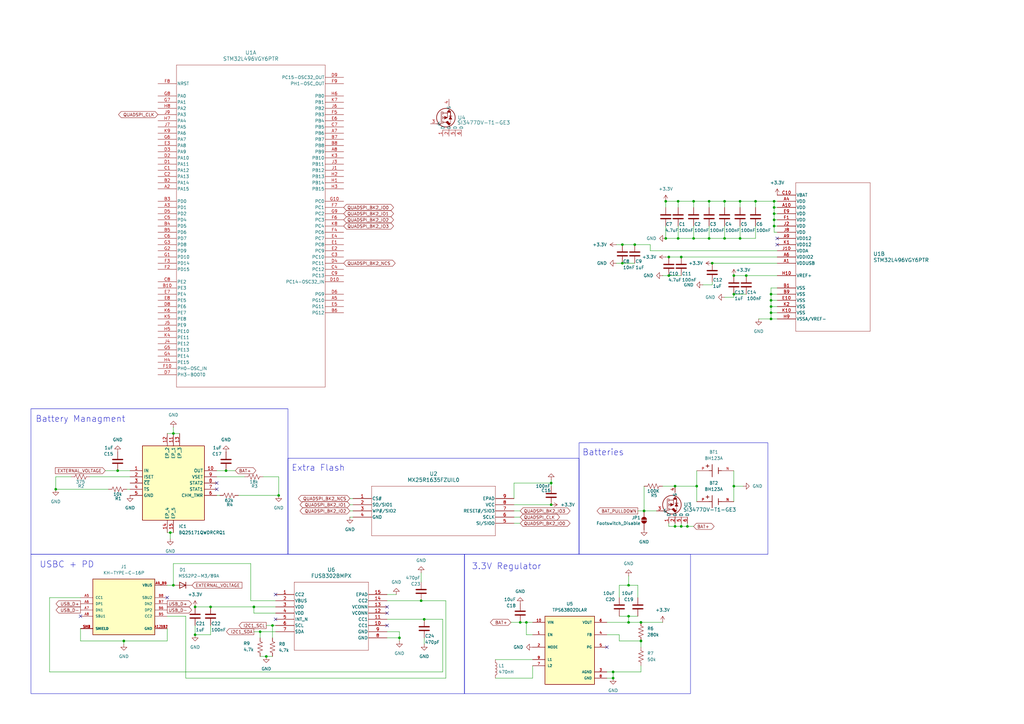
<source format=kicad_sch>
(kicad_sch (version 20250114) (generator "eeschema") (generator_version "9.0")
  (paper "A3")
  (rectangle (start 118.11 187.96) (end 237.49 227.33))
  (rectangle (start 12.7 227.33) (end 190.5 284.48))
  (rectangle (start 12.7 167.64) (end 118.11 227.33))
  (rectangle (start 190.5 227.33) (end 283.21 284.48))
  (rectangle (start 237.49 181.61) (end 314.96 227.33))
  (text "Extra Flash" (at 130.556 192.024 0) (effects (font (size 2.54 2.54))))
  (text "Batteries\n" (at 247.396 185.674 0) (effects (font (size 2.54 2.54))))
  (text "Battery Managment" (at 33.02 171.958 0) (effects (font (size 2.54 2.54))))
  (text "3.3V Regulator" (at 207.772 232.41 0) (effects (font (size 2.54 2.54))))
  (text "USBC + PD" (at 27.432 231.648 0) (effects (font (size 2.54 2.54))))
  (junction (at 317.5 90.17))
  (junction (at 111.76 256.54))
  (junction (at 215.9 255.27))
  (junction (at 92.71 193.04))
  (junction (at 251.46 278.13))
  (junction (at 276.86 215.9))
  (junction (at 22.86 200.66))
  (junction (at 284.48 97.79))
  (junction (at 71.12 240.03))
  (junction (at 274.32 105.41))
  (junction (at 317.5 92.71))
  (junction (at 86.36 248.92))
  (junction (at 317.5 87.63))
  (junction (at 213.36 255.27))
  (junction (at 251.46 275.59))
  (junction (at 290.83 82.55))
  (junction (at 109.22 269.24))
  (junction (at 297.18 97.79))
  (junction (at 278.13 97.79))
  (junction (at 316.23 123.19))
  (junction (at 316.23 120.65))
  (junction (at 173.99 254))
  (junction (at 163.83 261.62))
  (junction (at 257.81 240.03))
  (junction (at 279.4 215.9))
  (junction (at 264.16 209.55))
  (junction (at 303.53 82.55))
  (junction (at 48.26 193.04))
  (junction (at 309.88 82.55))
  (junction (at 80.01 260.35))
  (junction (at 300.99 120.65))
  (junction (at 306.07 113.03))
  (junction (at 292.1 107.95))
  (junction (at 317.5 82.55))
  (junction (at 317.5 85.09))
  (junction (at 284.48 82.55))
  (junction (at 281.94 215.9))
  (junction (at 71.12 177.8))
  (junction (at 274.32 113.03))
  (junction (at 226.06 207.01))
  (junction (at 104.14 248.92))
  (junction (at 106.68 259.08))
  (junction (at 278.13 82.55))
  (junction (at 257.81 252.73))
  (junction (at 80.01 248.92))
  (junction (at 273.05 82.55))
  (junction (at 257.81 255.27))
  (junction (at 300.99 199.39))
  (junction (at 316.23 128.27))
  (junction (at 114.3 203.2))
  (junction (at 262.89 262.89))
  (junction (at 255.27 100.33))
  (junction (at 255.27 107.95))
  (junction (at 273.05 97.79))
  (junction (at 260.35 100.33))
  (junction (at 300.99 113.03))
  (junction (at 290.83 97.79))
  (junction (at 276.86 199.39))
  (junction (at 69.85 218.44))
  (junction (at 50.8 262.89))
  (junction (at 303.53 97.79))
  (junction (at 172.72 246.38))
  (junction (at 262.89 255.27))
  (junction (at 297.18 82.55))
  (junction (at 316.23 130.81))
  (junction (at 226.06 198.12))
  (junction (at 279.4 105.41))
  (junction (at 316.23 125.73))
  (junction (at 285.75 199.39))
  (no_connect (at 113.03 254))
  (no_connect (at 318.77 97.79))
  (no_connect (at 113.03 243.84))
  (no_connect (at 158.75 251.46))
  (no_connect (at 68.58 245.11))
  (no_connect (at 88.9 200.66))
  (no_connect (at 158.75 256.54))
  (no_connect (at 158.75 248.92))
  (no_connect (at 318.77 100.33))
  (no_connect (at 88.9 198.12))
  (no_connect (at 33.02 252.73))
  (no_connect (at 248.92 265.43))
  (wire (pts (xy 278.13 82.55) (xy 278.13 85.09)))
  (wire (pts (xy 257.81 255.27) (xy 257.81 252.73)))
  (wire (pts (xy 181.61 275.59) (xy 20.32 275.59)))
  (wire (pts (xy 309.88 82.55) (xy 317.5 82.55)))
  (wire (pts (xy 255.27 107.95) (xy 260.35 107.95)))
  (wire (pts (xy 173.99 254) (xy 181.61 254)))
  (wire (pts (xy 203.2 270.51) (xy 218.44 270.51)))
  (wire (pts (xy 262.89 255.27) (xy 271.78 255.27)))
  (wire (pts (xy 20.32 275.59) (xy 20.32 245.11)))
  (wire (pts (xy 257.81 252.73) (xy 261.62 252.73)))
  (wire (pts (xy 97.79 203.2) (xy 114.3 203.2)))
  (wire (pts (xy 262.89 273.05) (xy 262.89 275.59)))
  (wire (pts (xy 279.4 215.9) (xy 281.94 215.9)))
  (wire (pts (xy 303.53 97.79) (xy 309.88 97.79)))
  (wire (pts (xy 107.95 195.58) (xy 114.3 195.58)))
  (wire (pts (xy 213.36 214.63) (xy 210.82 214.63)))
  (wire (pts (xy 106.68 269.24) (xy 109.22 269.24)))
  (wire (pts (xy 297.18 97.79) (xy 303.53 97.79)))
  (wire (pts (xy 316.23 123.19) (xy 316.23 125.73)))
  (wire (pts (xy 210.82 204.47) (xy 210.82 198.12)))
  (wire (pts (xy 254 252.73) (xy 257.81 252.73)))
  (wire (pts (xy 71.12 175.26) (xy 71.12 177.8)))
  (wire (pts (xy 274.32 113.03) (xy 279.4 113.03)))
  (wire (pts (xy 104.14 259.08) (xy 106.68 259.08)))
  (wire (pts (xy 158.75 259.08) (xy 163.83 259.08)))
  (wire (pts (xy 261.62 240.03) (xy 257.81 240.03)))
  (wire (pts (xy 33.02 257.81) (xy 33.02 262.89)))
  (wire (pts (xy 48.26 193.04) (xy 53.34 193.04)))
  (wire (pts (xy 52.07 200.66) (xy 53.34 200.66)))
  (wire (pts (xy 254 240.03) (xy 254 245.11)))
  (wire (pts (xy 109.22 269.24) (xy 111.76 269.24)))
  (wire (pts (xy 300.99 121.92) (xy 300.99 120.65)))
  (wire (pts (xy 273.05 82.55) (xy 273.05 85.09)))
  (wire (pts (xy 306.07 113.03) (xy 318.77 113.03)))
  (wire (pts (xy 290.83 82.55) (xy 297.18 82.55)))
  (wire (pts (xy 300.99 199.39) (xy 304.8 199.39)))
  (wire (pts (xy 262.89 275.59) (xy 251.46 275.59)))
  (wire (pts (xy 300.99 193.04) (xy 300.99 199.39)))
  (wire (pts (xy 248.92 255.27) (xy 257.81 255.27)))
  (wire (pts (xy 273.05 92.71) (xy 273.05 97.79)))
  (wire (pts (xy 316.23 128.27) (xy 316.23 125.73)))
  (wire (pts (xy 92.71 193.04) (xy 96.52 193.04)))
  (wire (pts (xy 309.88 85.09) (xy 309.88 82.55)))
  (wire (pts (xy 278.13 92.71) (xy 278.13 97.79)))
  (wire (pts (xy 88.9 193.04) (xy 92.71 193.04)))
  (wire (pts (xy 68.58 240.03) (xy 71.12 240.03)))
  (wire (pts (xy 273.05 105.41) (xy 274.32 105.41)))
  (wire (pts (xy 274.32 105.41) (xy 279.4 105.41)))
  (wire (pts (xy 68.58 177.8) (xy 71.12 177.8)))
  (wire (pts (xy 311.15 130.81) (xy 316.23 130.81)))
  (wire (pts (xy 279.4 214.63) (xy 279.4 215.9)))
  (wire (pts (xy 271.78 199.39) (xy 276.86 199.39)))
  (wire (pts (xy 317.5 82.55) (xy 317.5 85.09)))
  (wire (pts (xy 50.8 264.16) (xy 50.8 262.89)))
  (wire (pts (xy 218.44 260.35) (xy 215.9 260.35)))
  (wire (pts (xy 292.1 116.84) (xy 292.1 115.57)))
  (wire (pts (xy 266.7 100.33) (xy 266.7 102.87)))
  (wire (pts (xy 290.83 82.55) (xy 290.83 85.09)))
  (wire (pts (xy 278.13 97.79) (xy 284.48 97.79)))
  (wire (pts (xy 111.76 256.54) (xy 113.03 256.54)))
  (wire (pts (xy 163.83 262.89) (xy 163.83 261.62)))
  (wire (pts (xy 297.18 82.55) (xy 303.53 82.55)))
  (wire (pts (xy 158.75 261.62) (xy 163.83 261.62)))
  (wire (pts (xy 106.68 259.08) (xy 113.03 259.08)))
  (wire (pts (xy 309.88 97.79) (xy 309.88 92.71)))
  (wire (pts (xy 86.36 248.92) (xy 104.14 248.92)))
  (wire (pts (xy 297.18 121.92) (xy 300.99 121.92)))
  (wire (pts (xy 209.55 255.27) (xy 213.36 255.27)))
  (wire (pts (xy 158.75 243.84) (xy 162.56 243.84)))
  (wire (pts (xy 172.72 234.95) (xy 172.72 238.76)))
  (wire (pts (xy 182.88 278.13) (xy 76.2 278.13)))
  (wire (pts (xy 213.36 209.55) (xy 210.82 209.55)))
  (wire (pts (xy 69.85 218.44) (xy 71.12 218.44)))
  (wire (pts (xy 317.5 95.25) (xy 317.5 92.71)))
  (wire (pts (xy 215.9 255.27) (xy 218.44 255.27)))
  (wire (pts (xy 318.77 87.63) (xy 317.5 87.63)))
  (wire (pts (xy 68.58 218.44) (xy 69.85 218.44)))
  (wire (pts (xy 210.82 198.12) (xy 226.06 198.12)))
  (wire (pts (xy 300.99 199.39) (xy 300.99 205.74)))
  (wire (pts (xy 288.29 116.84) (xy 292.1 116.84)))
  (wire (pts (xy 281.94 214.63) (xy 281.94 215.9)))
  (wire (pts (xy 254 240.03) (xy 257.81 240.03)))
  (wire (pts (xy 260.35 100.33) (xy 266.7 100.33)))
  (wire (pts (xy 252.73 100.33) (xy 255.27 100.33)))
  (wire (pts (xy 182.88 246.38) (xy 182.88 278.13)))
  (wire (pts (xy 271.78 113.03) (xy 274.32 113.03)))
  (wire (pts (xy 158.75 246.38) (xy 172.72 246.38)))
  (wire (pts (xy 303.53 92.71) (xy 303.53 97.79)))
  (wire (pts (xy 100.33 195.58) (xy 88.9 195.58)))
  (wire (pts (xy 102.87 231.14) (xy 102.87 246.38)))
  (wire (pts (xy 71.12 231.14) (xy 71.12 240.03)))
  (wire (pts (xy 300.99 113.03) (xy 306.07 113.03)))
  (wire (pts (xy 68.58 262.89) (xy 50.8 262.89)))
  (wire (pts (xy 318.77 90.17) (xy 317.5 90.17)))
  (wire (pts (xy 254 262.89) (xy 254 260.35)))
  (wire (pts (xy 172.72 246.38) (xy 182.88 246.38)))
  (wire (pts (xy 210.82 207.01) (xy 226.06 207.01)))
  (wire (pts (xy 22.86 195.58) (xy 22.86 200.66)))
  (wire (pts (xy 261.62 245.11) (xy 261.62 240.03)))
  (wire (pts (xy 297.18 92.71) (xy 297.18 97.79)))
  (wire (pts (xy 69.85 218.44) (xy 69.85 220.98)))
  (wire (pts (xy 252.73 107.95) (xy 255.27 107.95)))
  (wire (pts (xy 143.51 207.01) (xy 144.78 207.01)))
  (wire (pts (xy 318.77 130.81) (xy 316.23 130.81)))
  (wire (pts (xy 254 260.35) (xy 248.92 260.35)))
  (wire (pts (xy 284.48 82.55) (xy 278.13 82.55)))
  (wire (pts (xy 68.58 257.81) (xy 68.58 262.89)))
  (wire (pts (xy 158.75 254) (xy 173.99 254)))
  (wire (pts (xy 285.75 199.39) (xy 285.75 205.74)))
  (wire (pts (xy 71.12 231.14) (xy 102.87 231.14)))
  (wire (pts (xy 181.61 254) (xy 181.61 275.59)))
  (wire (pts (xy 273.05 97.79) (xy 278.13 97.79)))
  (wire (pts (xy 68.58 252.73) (xy 76.2 252.73)))
  (wire (pts (xy 318.77 82.55) (xy 317.5 82.55)))
  (wire (pts (xy 318.77 125.73) (xy 316.23 125.73)))
  (wire (pts (xy 284.48 82.55) (xy 290.83 82.55)))
  (wire (pts (xy 226.06 196.85) (xy 226.06 198.12)))
  (wire (pts (xy 264.16 209.55) (xy 269.24 209.55)))
  (wire (pts (xy 316.23 118.11) (xy 316.23 120.65)))
  (wire (pts (xy 203.2 278.13) (xy 218.44 278.13)))
  (wire (pts (xy 33.02 262.89) (xy 50.8 262.89)))
  (wire (pts (xy 317.5 85.09) (xy 317.5 87.63)))
  (wire (pts (xy 255.27 100.33) (xy 260.35 100.33)))
  (wire (pts (xy 292.1 107.95) (xy 318.77 107.95)))
  (wire (pts (xy 316.23 118.11) (xy 318.77 118.11)))
  (wire (pts (xy 290.83 92.71) (xy 290.83 97.79)))
  (wire (pts (xy 285.75 193.04) (xy 285.75 199.39)))
  (wire (pts (xy 36.83 195.58) (xy 53.34 195.58)))
  (wire (pts (xy 317.5 87.63) (xy 317.5 90.17)))
  (wire (pts (xy 102.87 246.38) (xy 113.03 246.38)))
  (wire (pts (xy 261.62 209.55) (xy 264.16 209.55)))
  (wire (pts (xy 111.76 256.54) (xy 111.76 261.62)))
  (wire (pts (xy 276.86 215.9) (xy 279.4 215.9)))
  (wire (pts (xy 22.86 200.66) (xy 44.45 200.66)))
  (wire (pts (xy 318.77 128.27) (xy 316.23 128.27)))
  (wire (pts (xy 278.13 82.55) (xy 273.05 82.55)))
  (wire (pts (xy 86.36 260.35) (xy 80.01 260.35)))
  (wire (pts (xy 173.99 264.16) (xy 173.99 261.62)))
  (wire (pts (xy 274.32 215.9) (xy 276.86 215.9)))
  (wire (pts (xy 257.81 255.27) (xy 262.89 255.27)))
  (wire (pts (xy 264.16 199.39) (xy 264.16 209.55)))
  (wire (pts (xy 29.21 195.58) (xy 22.86 195.58)))
  (wire (pts (xy 71.12 177.8) (xy 73.66 177.8)))
  (wire (pts (xy 213.36 255.27) (xy 215.9 255.27)))
  (wire (pts (xy 163.83 259.08) (xy 163.83 261.62)))
  (wire (pts (xy 143.51 212.09) (xy 144.78 212.09)))
  (wire (pts (xy 317.5 92.71) (xy 318.77 92.71)))
  (wire (pts (xy 86.36 256.54) (xy 86.36 260.35)))
  (wire (pts (xy 226.06 198.12) (xy 226.06 199.39)))
  (wire (pts (xy 76.2 278.13) (xy 76.2 252.73)))
  (wire (pts (xy 248.92 275.59) (xy 251.46 275.59)))
  (wire (pts (xy 300.99 120.65) (xy 306.07 120.65)))
  (wire (pts (xy 284.48 82.55) (xy 284.48 85.09)))
  (wire (pts (xy 218.44 278.13) (xy 218.44 273.05)))
  (wire (pts (xy 106.68 259.08) (xy 106.68 261.62)))
  (wire (pts (xy 290.83 97.79) (xy 297.18 97.79)))
  (wire (pts (xy 303.53 85.09) (xy 303.53 82.55)))
  (wire (pts (xy 114.3 195.58) (xy 114.3 203.2)))
  (wire (pts (xy 251.46 275.59) (xy 251.46 278.13)))
  (wire (pts (xy 262.89 262.89) (xy 262.89 265.43)))
  (wire (pts (xy 316.23 120.65) (xy 316.23 123.19)))
  (wire (pts (xy 318.77 95.25) (xy 317.5 95.25)))
  (wire (pts (xy 316.23 130.81) (xy 316.23 128.27)))
  (wire (pts (xy 215.9 255.27) (xy 215.9 260.35)))
  (wire (pts (xy 276.86 214.63) (xy 276.86 215.9)))
  (wire (pts (xy 317.5 90.17) (xy 317.5 92.71)))
  (wire (pts (xy 113.03 251.46) (xy 104.14 251.46)))
  (wire (pts (xy 316.23 120.65) (xy 318.77 120.65)))
  (wire (pts (xy 279.4 105.41) (xy 318.77 105.41)))
  (wire (pts (xy 276.86 199.39) (xy 285.75 199.39)))
  (wire (pts (xy 109.22 256.54) (xy 111.76 256.54)))
  (wire (pts (xy 284.48 97.79) (xy 290.83 97.79)))
  (wire (pts (xy 80.01 248.92) (xy 86.36 248.92)))
  (wire (pts (xy 257.81 236.22) (xy 257.81 240.03)))
  (wire (pts (xy 297.18 82.55) (xy 297.18 85.09)))
  (wire (pts (xy 104.14 251.46) (xy 104.14 248.92)))
  (wire (pts (xy 80.01 260.35) (xy 80.01 256.54)))
  (wire (pts (xy 262.89 262.89) (xy 254 262.89)))
  (wire (pts (xy 33.02 245.11) (xy 20.32 245.11)))
  (wire (pts (xy 309.88 82.55) (xy 303.53 82.55)))
  (wire (pts (xy 318.77 85.09) (xy 317.5 85.09)))
  (wire (pts (xy 43.18 193.04) (xy 48.26 193.04)))
  (wire (pts (xy 213.36 212.09) (xy 210.82 212.09)))
  (wire (pts (xy 143.51 209.55) (xy 144.78 209.55)))
  (wire (pts (xy 284.48 92.71) (xy 284.48 97.79)))
  (wire (pts (xy 281.94 215.9) (xy 284.48 215.9)))
  (wire (pts (xy 143.51 204.47) (xy 144.78 204.47)))
  (wire (pts (xy 104.14 248.92) (xy 113.03 248.92)))
  (wire (pts (xy 266.7 102.87) (xy 318.77 102.87)))
  (wire (pts (xy 274.32 214.63) (xy 274.32 215.9)))
  (wire (pts (xy 88.9 203.2) (xy 90.17 203.2)))
  (wire (pts (xy 316.23 123.19) (xy 318.77 123.19)))
  (wire (pts (xy 248.92 278.13) (xy 251.46 278.13)))
  (global_label "QUADSPI_BK2_IO2" (shape bidirectional) (at 143.51 209.55 180) (property "Intersheetrefs" "${INTERSHEET_REFS}" (effects (hide yes))))
  (global_label "BAT+" (shape bidirectional) (at 96.52 193.04 0) (property "Intersheetrefs" "${INTERSHEET_REFS}" (effects (hide yes))))
  (global_label "USB_D+" (shape output) (at 68.58 247.65 0) (property "Intersheetrefs" "${INTERSHEET_REFS}" (effects (hide yes))))
  (global_label "BAT+" (shape bidirectional) (at 284.48 215.9 0) (property "Intersheetrefs" "${INTERSHEET_REFS}" (effects (hide yes))))
  (global_label "QUADSPI_BK2_IO2" (shape bidirectional) (at 140.97 90.17 0) (property "Intersheetrefs" "${INTERSHEET_REFS}" (effects (hide yes))))
  (global_label "BAT+" (shape bidirectional) (at 209.55 255.27 180) (property "Intersheetrefs" "${INTERSHEET_REFS}" (effects (hide yes))))
  (global_label "QUADSPI_BK2_IO0" (shape bidirectional) (at 140.97 85.09 0) (property "Intersheetrefs" "${INTERSHEET_REFS}" (effects (hide yes))))
  (global_label "QUADSPI_BK2_IO1" (shape bidirectional) (at 140.97 87.63 0) (property "Intersheetrefs" "${INTERSHEET_REFS}" (effects (hide yes))))
  (global_label "QUADSPI_CLK" (shape bidirectional) (at 64.77 46.99 180) (property "Intersheetrefs" "${INTERSHEET_REFS}" (effects (hide yes))))
  (global_label "QUADSPI_BK2_IO3" (shape bidirectional) (at 140.97 92.71 0) (property "Intersheetrefs" "${INTERSHEET_REFS}" (effects (hide yes))))
  (global_label "I2C1_SCL" (shape output) (at 109.22 256.54 180) (property "Intersheetrefs" "${INTERSHEET_REFS}" (effects (hide yes))))
  (global_label "QUADSPI_BK2_NCS" (shape bidirectional) (at 140.97 107.95 0) (property "Intersheetrefs" "${INTERSHEET_REFS}" (effects (hide yes))))
  (global_label "QUADSPI_BK2_IO0" (shape bidirectional) (at 213.36 214.63 0) (property "Intersheetrefs" "${INTERSHEET_REFS}" (effects (hide yes))))
  (global_label "QUADSPI_CLK" (shape bidirectional) (at 213.36 212.09 0) (property "Intersheetrefs" "${INTERSHEET_REFS}" (effects (hide yes))))
  (global_label "I2C1_SDA" (shape output) (at 104.14 259.08 180) (property "Intersheetrefs" "${INTERSHEET_REFS}" (effects (hide yes))))
  (global_label "EXTERNAL_VOLTAGE" (shape input) (at 78.74 240.03 0) (property "Intersheetrefs" "${INTERSHEET_REFS}" (effects (hide yes))))
  (global_label "BAT_PULLDOWN" (shape output) (at 261.62 209.55 180) (property "Intersheetrefs" "${INTERSHEET_REFS}" (effects (hide yes))))
  (global_label "QUADSPI_BK2_IO1" (shape bidirectional) (at 143.51 207.01 180) (property "Intersheetrefs" "${INTERSHEET_REFS}" (effects (hide yes))))
  (global_label "QUADSPI_BK2_IO3" (shape bidirectional) (at 213.36 209.55 0) (property "Intersheetrefs" "${INTERSHEET_REFS}" (effects (hide yes))))
  (global_label "QUADSPI_BK2_NCS" (shape bidirectional) (at 143.51 204.47 180) (property "Intersheetrefs" "${INTERSHEET_REFS}" (effects (hide yes))))
  (global_label "USB_D-" (shape output) (at 68.58 250.19 0) (property "Intersheetrefs" "${INTERSHEET_REFS}" (effects (hide yes))))
  (global_label "EXTERNAL_VOLTAGE" (shape input) (at 43.18 193.04 180) (property "Intersheetrefs" "${INTERSHEET_REFS}" (effects (hide yes))))
  (global_label "USB_D+" (shape output) (at 33.02 247.65 180) (property "Intersheetrefs" "${INTERSHEET_REFS}" (effects (hide yes))))
  (global_label "USB_D-" (shape output) (at 33.02 250.19 180) (property "Intersheetrefs" "${INTERSHEET_REFS}" (effects (hide yes))))
  (symbol (lib_id "Device:C") (at 260.35 104.14 0) (unit 1)
    (property "Reference" "C9" (at 260.604 107.188 0) (effects (justify left)))
    (property "Value" "1uF" (at 260.604 109.728 0) (effects (justify left)))
    (property "Footprint" "Capacitor_SMD:C_0402_1005Metric_Pad0.74x0.62mm_HandSolder" (effects (hide yes)))
    (property "Description" "Unpolarized capacitor" (effects (hide yes)))
  )
  (symbol (lib_id "Device:R_US") (at 48.26 200.66 90) (unit 1)
    (property "Reference" "R1" (at 48.514 204.47 90))
    (property "Value" "10k" (at 48.26 202.692 90))
    (property "Footprint" "Resistor_SMD:R_0402_1005Metric_Pad0.72x0.64mm_HandSolder" (effects (hide yes)))
    (property "Description" "Resistor, US symbol" (effects (hide yes)))
  )
  (symbol (lib_id "power:GND") (at 297.18 121.92 270) (unit 1)
    (property "Reference" "#PWR011" (effects (hide yes)))
    (property "Value" "GND" (at 293.37 121.9199 90) (effects (justify right)))
    (property "Description" "Power symbol creates a global label with name \"GND\" , ground" (effects (hide yes)))
  )
  (symbol (lib_id "power:GND") (at 92.71 185.42 180) (unit 1)
    (property "Reference" "#PWR024" (effects (hide yes)))
    (property "Value" "GND" (at 92.71 180.34 0))
    (property "Description" "Power symbol creates a global label with name \"GND\" , ground" (effects (hide yes)))
  )
  (symbol (lib_id "power:GND") (at 311.15 130.81 0) (unit 1)
    (property "Reference" "#PWR03" (effects (hide yes)))
    (property "Value" "GND" (at 311.15 135.89 0))
    (property "Description" "Power symbol creates a global label with name \"GND\" , ground" (effects (hide yes)))
  )
  (symbol (lib_id "inspirefly:BQ25171QWDRCRQ1") (at 53.34 193.04 0) (unit 1)
    (property "Reference" "IC1" (at 73.2633 215.9 0) (effects (justify left)))
    (property "Value" "BQ25171QWDRCRQ1" (at 73.2633 218.44 0) (effects (justify left)))
    (property "Footprint" "inspirefly:BQ25171QWDRCRQ1" (effects (hide yes)))
    (property "Datasheet" "https://www.ti.com/lit/gpn/bq25171-q1?HQS=ti-null-null-sf-df-pf-sep-wwe&DCM=yes" (effects (hide yes)))
    (property "Description" "AUTOMOTIVE, 800-MA LINEAR BATTER" (effects (hide yes)))
    (property "Height" "1" (effects (hide yes)))
    (property "Mouser Part Number" "595-BQ25171QWDRCRQ1" (effects (hide yes)))
    (property "Mouser Price/Stock" "https://www.mouser.co.uk/ProductDetail/Texas-Instruments/BQ25171QWDRCRQ1?qs=iLbezkQI%252Bsj%2FeXAThzGU%252Bg%3D%3D" (effects (hide yes)))
    (property "Manufacturer_Name" "Texas Instruments" (effects (hide yes)))
    (property "Manufacturer_Part_Number" "BQ25171QWDRCRQ1" (effects (hide yes)))
  )
  (symbol (lib_id "Device:R_US") (at 93.98 203.2 90) (unit 1)
    (property "Reference" "R4" (at 94.234 207.01 90))
    (property "Value" "62k" (at 93.98 205.232 90))
    (property "Footprint" "Resistor_SMD:R_0402_1005Metric_Pad0.72x0.64mm_HandSolder" (effects (hide yes)))
    (property "Description" "Resistor, US symbol" (effects (hide yes)))
  )
  (symbol (lib_id "Device:C") (at 306.07 116.84 0) (unit 1)
    (property "Reference" "C14" (at 306.324 119.888 0) (effects (justify left)))
    (property "Value" "100nF" (at 306.324 122.428 0) (effects (justify left)))
    (property "Footprint" "Capacitor_SMD:C_0402_1005Metric_Pad0.74x0.62mm_HandSolder" (effects (hide yes)))
    (property "Description" "Unpolarized capacitor" (effects (hide yes)))
  )
  (symbol (lib_id "power:GND") (at 173.99 264.16 0) (unit 1)
    (property "Reference" "#PWR035" (effects (hide yes)))
    (property "Value" "GND" (at 173.99 269.24 0))
    (property "Description" "Power symbol creates a global label with name \"GND\" , ground" (effects (hide yes)))
  )
  (symbol (lib_id "power:GND") (at 143.51 212.09 0) (unit 1)
    (property "Reference" "#PWR019" (effects (hide yes)))
    (property "Value" "GND" (at 143.51 217.17 0))
    (property "Description" "Power symbol creates a global label with name \"GND\" , ground" (effects (hide yes)))
  )
  (symbol (lib_id "inspirefly:KH-TYPE-C-16P") (at 50.8 247.65 0) (unit 1)
    (property "Reference" "J1" (at 50.8 232.41 0))
    (property "Value" "KH-TYPE-C-16P" (at 50.8 234.95 0))
    (property "Footprint" "inspirefly:KINGHELM_KH-TYPE-C-16P" (effects (hide yes)))
    (property "MF" "kinghelm" (effects (hide yes)))
    (property "MAXIMUM_PACKAGE_HEIGHT" "3.41mm" (effects (hide yes)))
    (property "Package" "None" (effects (hide yes)))
    (property "Price" "None" (effects (hide yes)))
    (property "Check_prices" "https://www.snapeda.com/parts/KH-TYPE-C-16P/Kinghelm/view-part/?ref=eda" (effects (hide yes)))
    (property "STANDARD" "Manufacturer Recommendations" (effects (hide yes)))
    (property "PARTREV" "A0" (effects (hide yes)))
    (property "SnapEDA_Link" "https://www.snapeda.com/parts/KH-TYPE-C-16P/Kinghelm/view-part/?ref=snap" (effects (hide yes)))
    (property "MP" "KH-TYPE-C-16P" (effects (hide yes)))
    (property "SNAPEDA_PN" "KH-TYPE-C-16P" (effects (hide yes)))
    (property "Availability" "Not in stock" (effects (hide yes)))
    (property "MANUFACTURER" "Kinghelm" (effects (hide yes)))
  )
  (symbol (lib_id "power:+3.3V") (at 252.73 100.33 90) (unit 1)
    (property "Reference" "#PWR05" (effects (hide yes)))
    (property "Value" "+3.3V" (at 248.92 100.3299 90) (effects (justify left)))
    (property "Description" "Power symbol creates a global label with name \"+3.3V\"" (effects (hide yes)))
  )
  (symbol (lib_id "Device:C") (at 300.99 116.84 0) (unit 1)
    (property "Reference" "C13" (at 301.244 119.888 0) (effects (justify left)))
    (property "Value" "1uF" (at 301.244 122.428 0) (effects (justify left)))
    (property "Footprint" "Capacitor_SMD:C_0402_1005Metric_Pad0.74x0.62mm_HandSolder" (effects (hide yes)))
    (property "Description" "Unpolarized capacitor" (effects (hide yes)))
  )
  (symbol (lib_id "Device:C") (at 297.18 88.9 0) (unit 1)
    (property "Reference" "C4" (at 297.434 91.948 0) (effects (justify left)))
    (property "Value" "100nF" (at 297.434 94.488 0) (effects (justify left)))
    (property "Footprint" "Capacitor_SMD:C_0402_1005Metric_Pad0.74x0.62mm_HandSolder" (effects (hide yes)))
    (property "Description" "Unpolarized capacitor" (effects (hide yes)))
  )
  (symbol (lib_id "Device:C") (at 279.4 109.22 0) (unit 1)
    (property "Reference" "C11" (at 279.654 112.268 0) (effects (justify left)))
    (property "Value" "100nF" (at 279.654 114.808 0) (effects (justify left)))
    (property "Footprint" "Capacitor_SMD:C_0402_1005Metric_Pad0.74x0.62mm_HandSolder" (effects (hide yes)))
    (property "Description" "Unpolarized capacitor" (effects (hide yes)))
  )
  (symbol (lib_id "Device:C") (at 86.36 252.73 0) (unit 1)
    (property "Reference" "C22" (at 86.614 255.778 0) (effects (justify left)))
    (property "Value" "100nF" (at 86.614 258.318 0) (effects (justify left)))
    (property "Footprint" "Capacitor_SMD:C_0402_1005Metric_Pad0.74x0.62mm_HandSolder" (effects (hide yes)))
    (property "Description" "Unpolarized capacitor" (effects (hide yes)))
  )
  (symbol (lib_id "power:+3.3V") (at 292.1 107.95 90) (unit 1)
    (property "Reference" "#PWR010" (effects (hide yes)))
    (property "Value" "+3.3V" (at 288.29 107.9499 90) (effects (justify left)))
    (property "Description" "Power symbol creates a global label with name \"+3.3V\"" (effects (hide yes)))
  )
  (symbol (lib_id "Device:C") (at 173.99 257.81 0) (unit 1)
    (property "Reference" "C24" (at 174.244 260.858 0) (effects (justify left)))
    (property "Value" "470pF" (at 174.244 263.398 0) (effects (justify left)))
    (property "Footprint" "Capacitor_SMD:C_0402_1005Metric_Pad0.74x0.62mm_HandSolder" (effects (hide yes)))
    (property "Description" "Unpolarized capacitor" (effects (hide yes)))
  )
  (symbol (lib_id "power:+3.3V") (at 273.05 105.41 90) (unit 1)
    (property "Reference" "#PWR07" (effects (hide yes)))
    (property "Value" "+3.3V" (at 269.24 105.4099 90) (effects (justify left)))
    (property "Description" "Power symbol creates a global label with name \"+3.3V\"" (effects (hide yes)))
  )
  (symbol (lib_id "Device:C") (at 309.88 88.9 0) (unit 1)
    (property "Reference" "C6" (at 310.134 91.948 0) (effects (justify left)))
    (property "Value" "100nF" (at 310.134 94.488 0) (effects (justify left)))
    (property "Footprint" "Capacitor_SMD:C_0402_1005Metric_Pad0.74x0.62mm_HandSolder" (effects (hide yes)))
    (property "Description" "Unpolarized capacitor" (effects (hide yes)))
  )
  (symbol (lib_id "power:GND") (at 69.85 220.98 0) (unit 1)
    (property "Reference" "#PWR021" (effects (hide yes)))
    (property "Value" "GND" (at 69.85 226.06 0))
    (property "Description" "Power symbol creates a global label with name \"GND\" , ground" (effects (hide yes)))
  )
  (symbol (lib_id "power:+3.3V") (at 318.77 80.01 0) (unit 1)
    (property "Reference" "#PWR02" (effects (hide yes)))
    (property "Value" "+3.3V" (at 318.77 74.93 0))
    (property "Description" "Power symbol creates a global label with name \"+3.3V\"" (effects (hide yes)))
  )
  (symbol (lib_id "Device:C") (at 261.62 248.92 180) (unit 1)
    (property "Reference" "C19" (at 259.842 245.872 0) (effects (justify left)))
    (property "Value" "10uF" (at 259.842 243.332 0) (effects (justify left)))
    (property "Footprint" "Capacitor_SMD:C_0402_1005Metric_Pad0.74x0.62mm_HandSolder" (effects (hide yes)))
    (property "Description" "Unpolarized capacitor" (effects (hide yes)))
  )
  (symbol (lib_id "Device:C") (at 213.36 251.46 180) (unit 1)
    (property "Reference" "C18" (at 211.582 248.412 0) (effects (justify left)))
    (property "Value" "10uF" (at 211.582 245.872 0) (effects (justify left)))
    (property "Footprint" "Capacitor_SMD:C_0402_1005Metric_Pad0.74x0.62mm_HandSolder" (effects (hide yes)))
    (property "Description" "Unpolarized capacitor" (effects (hide yes)))
  )
  (symbol (lib_id "Device:C") (at 172.72 242.57 180) (unit 1)
    (property "Reference" "C23" (at 172.466 239.522 0) (effects (justify left)))
    (property "Value" "470pF" (at 172.466 236.982 0) (effects (justify left)))
    (property "Footprint" "Capacitor_SMD:C_0402_1005Metric_Pad0.74x0.62mm_HandSolder" (effects (hide yes)))
    (property "Description" "Unpolarized capacitor" (effects (hide yes)))
  )
  (symbol (lib_id "Device:C") (at 274.32 109.22 0) (unit 1)
    (property "Reference" "C10" (at 274.32 112.268 0) (effects (justify left)))
    (property "Value" "4.7uF" (at 274.066 114.808 0) (effects (justify left)))
    (property "Footprint" "Capacitor_SMD:C_0402_1005Metric_Pad0.74x0.62mm_HandSolder" (effects (hide yes)))
    (property "Description" "Unpolarized capacitor" (effects (hide yes)))
  )
  (symbol (lib_id "Device:R_US") (at 104.14 195.58 90) (unit 1)
    (property "Reference" "R3" (at 104.394 199.39 90))
    (property "Value" "18k" (at 104.14 197.612 90))
    (property "Footprint" "Resistor_SMD:R_0402_1005Metric_Pad0.72x0.64mm_HandSolder" (effects (hide yes)))
    (property "Description" "Resistor, US symbol" (effects (hide yes)))
  )
  (symbol (lib_id "power:+3.3V") (at 273.05 82.55 0) (unit 1)
    (property "Reference" "#PWR01" (effects (hide yes)))
    (property "Value" "+3.3V" (at 273.05 77.47 0))
    (property "Description" "Power symbol creates a global label with name \"+3.3V\"" (effects (hide yes)))
  )
  (symbol (lib_id "inspirefly:STM32L496VGY6PTR") (at 64.77 34.29 0) (unit 1)
    (property "Reference" "U1" (at 102.87 21.59 0) (effects (font (size 1.524 1.524))))
    (property "Value" "STM32L496VGY6PTR" (at 102.87 24.13 0) (effects (font (size 1.524 1.524))))
    (property "Footprint" "inspirefly:STM32L496VGY6TR" (effects (hide yes)))
    (property "Datasheet" "https://www.st.com/resource/en/datasheet/stm32l496ae.pdf" (effects (hide yes)))
  )
  (symbol (lib_id "Device:C") (at 278.13 88.9 0) (unit 1)
    (property "Reference" "C1" (at 278.384 91.948 0) (effects (justify left)))
    (property "Value" "100nF" (at 278.384 94.488 0) (effects (justify left)))
    (property "Footprint" "Capacitor_SMD:C_0402_1005Metric_Pad0.74x0.62mm_HandSolder" (effects (hide yes)))
    (property "Description" "Unpolarized capacitor" (effects (hide yes)))
  )
  (symbol (lib_id "power:+3.3V") (at 271.78 255.27 0) (unit 1)
    (property "Reference" "#PWR014" (effects (hide yes)))
    (property "Value" "+3.3V" (at 271.78 250.19 0))
    (property "Description" "Power symbol creates a global label with name \"+3.3V\"" (effects (hide yes)))
  )
  (symbol (lib_id "inspirefly:FUSB302BMPX") (at 113.03 243.84 0) (unit 1)
    (property "Reference" "U6" (at 135.89 233.68 0) (effects (font (size 1.524 1.524))))
    (property "Value" "FUSB302BMPX" (at 135.89 236.22 0) (effects (font (size 1.524 1.524))))
    (property "Footprint" "inspirefly:MLP14_2P5X2P5_ONS" (effects (hide yes)))
    (property "Datasheet" "FUSB302BMPX" (effects (hide yes)))
  )
  (symbol (lib_id "inspirefly:BH123A") (at 293.37 205.74 0) (unit 1)
    (property "Reference" "BT2" (at 292.735 198.12 0))
    (property "Value" "BH123A" (at 292.735 200.66 0))
    (property "Footprint" "inspirefly:BAT_BH123A" (effects (hide yes)))
    (property "PARTREV" "E" (effects (hide yes)))
    (property "STANDARD" "Manufacturer Recommendations" (effects (hide yes)))
    (property "MAXIMUM_PACKAGE_HEIGHT" "12.09mm" (effects (hide yes)))
    (property "MANUFACTURER" "MPD" (effects (hide yes)))
  )
  (symbol (lib_id "power:GND") (at 271.78 113.03 270) (unit 1)
    (property "Reference" "#PWR08" (effects (hide yes)))
    (property "Value" "GND" (at 267.97 113.0299 90) (effects (justify right)))
    (property "Description" "Power symbol creates a global label with name \"GND\" , ground" (effects (hide yes)))
  )
  (symbol (lib_id "power:+3.3V") (at 80.01 248.92 0) (unit 1)
    (property "Reference" "#PWR015" (effects (hide yes)))
    (property "Value" "+3.3V" (at 80.01 243.84 0))
    (property "Description" "Power symbol creates a global label with name \"+3.3V\"" (effects (hide yes)))
  )
  (symbol (lib_id "power:GND") (at 172.72 234.95 180) (unit 1)
    (property "Reference" "#PWR036" (effects (hide yes)))
    (property "Value" "GND" (at 172.72 229.87 0))
    (property "Description" "Power symbol creates a global label with name \"GND\" , ground" (effects (hide yes)))
  )
  (symbol (lib_id "Device:C") (at 303.53 88.9 0) (unit 1)
    (property "Reference" "C5" (at 303.784 91.948 0) (effects (justify left)))
    (property "Value" "100nF" (at 303.784 94.488 0) (effects (justify left)))
    (property "Footprint" "Capacitor_SMD:C_0402_1005Metric_Pad0.74x0.62mm_HandSolder" (effects (hide yes)))
    (property "Description" "Unpolarized capacitor" (effects (hide yes)))
  )
  (symbol (lib_id "power:GND") (at 114.3 203.2 0) (unit 1)
    (property "Reference" "#PWR026" (effects (hide yes)))
    (property "Value" "GND" (at 114.3 208.28 0))
    (property "Description" "Power symbol creates a global label with name \"GND\" , ground" (effects (hide yes)))
  )
  (symbol (lib_id "Device:R_US") (at 106.68 265.43 180) (unit 1)
    (property "Reference" "R9" (at 99.822 263.906 0) (effects (justify right)))
    (property "Value" "4.7k" (at 99.822 266.446 0) (effects (justify right)))
    (property "Footprint" "Resistor_SMD:R_0402_1005Metric_Pad0.72x0.64mm_HandSolder" (effects (hide yes)))
    (property "Description" "Resistor, US symbol" (effects (hide yes)))
  )
  (symbol (lib_id "Device:R_US") (at 33.02 195.58 90) (unit 1)
    (property "Reference" "R2" (at 33.274 199.39 90))
    (property "Value" "375" (at 33.02 197.612 90))
    (property "Footprint" "Resistor_SMD:R_0402_1005Metric_Pad0.72x0.64mm_HandSolder" (effects (hide yes)))
    (property "Description" "Resistor, US symbol" (effects (hide yes)))
  )
  (symbol (lib_id "power:GND") (at 109.22 269.24 0) (unit 1)
    (property "Reference" "#PWR037" (effects (hide yes)))
    (property "Value" "GND" (at 109.22 274.32 0))
    (property "Description" "Power symbol creates a global label with name \"GND\" , ground" (effects (hide yes)))
  )
  (symbol (lib_id "Device:C") (at 292.1 111.76 0) (unit 1)
    (property "Reference" "C12" (at 292.354 114.808 0) (effects (justify left)))
    (property "Value" "1uF" (at 292.354 117.348 0) (effects (justify left)))
    (property "Footprint" "Capacitor_SMD:C_0402_1005Metric_Pad0.74x0.62mm_HandSolder" (effects (hide yes)))
    (property "Description" "Unpolarized capacitor" (effects (hide yes)))
  )
  (symbol (lib_name "STM32L496VGY6PTR_1") (lib_id "inspirefly:STM32L496VGY6PTR") (at 318.77 80.01 0) (unit 2)
    (property "Reference" "U1" (at 358.14 104.1399 0) (effects (font (size 1.524 1.524)) (justify left)))
    (property "Value" "STM32L496VGY6PTR" (at 358.14 106.6799 0) (effects (font (size 1.524 1.524)) (justify left)))
    (property "Footprint" "inspirefly:STM32L496VGY6TR" (effects (hide yes)))
    (property "Datasheet" "https://www.st.com/resource/en/datasheet/stm32l496ae.pdf" (effects (hide yes)))
  )
  (symbol (lib_id "power:GND") (at 251.46 278.13 0) (unit 1)
    (property "Reference" "#PWR030" (effects (hide yes)))
    (property "Value" "GND" (at 251.46 283.21 0))
    (property "Description" "Power symbol creates a global label with name \"GND\" , ground" (effects (hide yes)))
  )
  (symbol (lib_id "Jumper:SolderJumper_2_Open") (at 264.16 213.36 90) (unit 1)
    (property "Reference" "JP1" (at 259.08 212.344 90) (effects (justify right)))
    (property "Value" "Footswitch_Disable" (at 244.602 214.63 90) (effects (justify right)))
    (property "Footprint" "Jumper:SolderJumper-2_P1.3mm_Open_TrianglePad1.0x1.5mm" (effects (hide yes)))
    (property "Description" "Solder Jumper, 2-pole, open" (effects (hide yes)))
  )
  (symbol (lib_id "power:GND") (at 50.8 264.16 0) (unit 1)
    (property "Reference" "#PWR033" (effects (hide yes)))
    (property "Value" "GND" (at 50.8 269.24 0))
    (property "Description" "Power symbol creates a global label with name \"GND\" , ground" (effects (hide yes)))
  )
  (symbol (lib_id "Device:C") (at 80.01 252.73 0) (unit 1)
    (property "Reference" "C21" (at 80.264 255.778 0) (effects (justify left)))
    (property "Value" "1uF" (at 80.264 258.318 0) (effects (justify left)))
    (property "Footprint" "Capacitor_SMD:C_0402_1005Metric_Pad0.74x0.62mm_HandSolder" (effects (hide yes)))
    (property "Description" "Unpolarized capacitor" (effects (hide yes)))
  )
  (symbol (lib_id "Device:C") (at 284.48 88.9 0) (unit 1)
    (property "Reference" "C2" (at 284.734 91.948 0) (effects (justify left)))
    (property "Value" "100nF" (at 284.734 94.488 0) (effects (justify left)))
    (property "Footprint" "Capacitor_SMD:C_0402_1005Metric_Pad0.74x0.62mm_HandSolder" (effects (hide yes)))
    (property "Description" "Unpolarized capacitor" (effects (hide yes)))
  )
  (symbol (lib_id "inspirefly:BH123A") (at 293.37 193.04 0) (unit 1)
    (property "Reference" "BT1" (at 292.735 185.42 0))
    (property "Value" "BH123A" (at 292.735 187.96 0))
    (property "Footprint" "inspirefly:BAT_BH123A" (effects (hide yes)))
    (property "PARTREV" "E" (effects (hide yes)))
    (property "STANDARD" "Manufacturer Recommendations" (effects (hide yes)))
    (property "MAXIMUM_PACKAGE_HEIGHT" "12.09mm" (effects (hide yes)))
    (property "MANUFACTURER" "MPD" (effects (hide yes)))
  )
  (symbol (lib_id "Device:C") (at 92.71 189.23 180) (unit 1)
    (property "Reference" "C17" (at 90.932 186.182 0) (effects (justify left)))
    (property "Value" "1uF" (at 90.932 183.642 0) (effects (justify left)))
    (property "Footprint" "Capacitor_SMD:C_0402_1005Metric_Pad0.74x0.62mm_HandSolder" (effects (hide yes)))
    (property "Description" "Unpolarized capacitor" (effects (hide yes)))
  )
  (symbol (lib_id "Device:C") (at 290.83 88.9 0) (unit 1)
    (property "Reference" "C3" (at 291.084 91.948 0) (effects (justify left)))
    (property "Value" "100nF" (at 291.084 94.488 0) (effects (justify left)))
    (property "Footprint" "Capacitor_SMD:C_0402_1005Metric_Pad0.74x0.62mm_HandSolder" (effects (hide yes)))
    (property "Description" "Unpolarized capacitor" (effects (hide yes)))
  )
  (symbol (lib_id "Device:D") (at 74.93 240.03 180) (unit 1)
    (property "Reference" "D1" (at 74.93 233.68 0))
    (property "Value" "MSS2P2-M3/89A" (at 81.534 236.22 0))
    (property "Footprint" "inspirefly:DIODE_MSP3V3" (effects (hide yes)))
    (property "Description" "Diode" (effects (hide yes)))
    (property "Sim.Device" "D" (effects (hide yes)))
    (property "Sim.Pins" "1=K 2=A" (effects (hide yes)))
  )
  (symbol (lib_id "Device:L") (at 203.2 274.32 0) (unit 1)
    (property "Reference" "L1" (at 204.47 273.0499 0) (effects (justify left)))
    (property "Value" "470nH" (at 204.47 275.5899 0) (effects (justify left)))
    (property "Footprint" "Inductor_SMD:L_0805_2012Metric_Pad1.15x1.40mm_HandSolder" (effects (hide yes)))
    (property "Datasheet" "AOTA-B201210SR47MT" (effects (hide yes)))
    (property "Description" "Inductor" (effects (hide yes)))
  )
  (symbol (lib_id "power:GND") (at 264.16 217.17 0) (unit 1)
    (property "Reference" "#PWR027" (effects (hide yes)))
    (property "Value" "GND" (at 264.16 222.25 0))
    (property "Description" "Power symbol creates a global label with name \"GND\" , ground" (effects (hide yes)))
  )
  (symbol (lib_id "power:GND") (at 257.81 236.22 180) (unit 1)
    (property "Reference" "#PWR029" (effects (hide yes)))
    (property "Value" "GND" (at 257.81 231.14 0))
    (property "Description" "Power symbol creates a global label with name \"GND\" , ground" (effects (hide yes)))
  )
  (symbol (lib_id "power:+3.3V") (at 300.99 113.03 0) (unit 1)
    (property "Reference" "#PWR012" (effects (hide yes)))
    (property "Value" "+3.3V" (at 304.8 110.744 0))
    (property "Description" "Power symbol creates a global label with name \"+3.3V\"" (effects (hide yes)))
  )
  (symbol (lib_id "Device:R_US") (at 111.76 265.43 0) (unit 1)
    (property "Reference" "R8" (at 114.3 264.1599 0) (effects (justify left)))
    (property "Value" "4.7k" (at 114.3 266.6999 0) (effects (justify left)))
    (property "Footprint" "Resistor_SMD:R_0402_1005Metric_Pad0.72x0.64mm_HandSolder" (effects (hide yes)))
    (property "Description" "Resistor, US symbol" (effects (hide yes)))
  )
  (symbol (lib_id "power:GND") (at 162.56 243.84 180) (unit 1)
    (property "Reference" "#PWR034" (effects (hide yes)))
    (property "Value" "GND" (at 162.56 238.76 0))
    (property "Description" "Power symbol creates a global label with name \"GND\" , ground" (effects (hide yes)))
  )
  (symbol (lib_id "power:+3.3V") (at 226.06 207.01 270) (unit 1)
    (property "Reference" "#PWR018" (effects (hide yes)))
    (property "Value" "+3.3V" (at 229.87 207.0099 90) (effects (justify left)))
    (property "Description" "Power symbol creates a global label with name \"+3.3V\"" (effects (hide yes)))
  )
  (symbol (lib_id "inspirefly:SI3477DV-T1-GE3") (at 176.53 50.8 0) (unit 1)
    (property "Reference" "U4" (at 187.706 48.26 0) (effects (font (size 1.524 1.524)) (justify left)))
    (property "Value" "SI3477DV-T1-GE3" (at 187.452 50.292 0) (effects (font (size 1.524 1.524)) (justify left)))
    (property "Footprint" "inspirefly:SOT_V-T1-GE3_VIS-M" (effects (hide yes)))
    (property "Datasheet" "https://www.vishay.com/doc?70865" (effects (hide yes)))
  )
  (symbol (lib_id "power:GND") (at 218.44 265.43 270) (unit 1)
    (property "Reference" "#PWR031" (effects (hide yes)))
    (property "Value" "GND" (at 214.63 265.4299 90) (effects (justify right)))
    (property "Description" "Power symbol creates a global label with name \"GND\" , ground" (effects (hide yes)))
  )
  (symbol (lib_id "Device:C") (at 226.06 203.2 0) (unit 1)
    (property "Reference" "C16" (at 221.996 201.168 0) (effects (justify left)))
    (property "Value" "100nF" (at 219.71 199.39 0) (effects (justify left)))
    (property "Footprint" "Capacitor_SMD:C_0402_1005Metric_Pad0.74x0.62mm_HandSolder" (effects (hide yes)))
    (property "Description" "Unpolarized capacitor" (effects (hide yes)))
  )
  (symbol (lib_id "inspirefly:SI3477DV-T1-GE3") (at 269.24 209.55 0) (unit 1)
    (property "Reference" "U3" (at 280.416 207.01 0) (effects (font (size 1.524 1.524)) (justify left)))
    (property "Value" "SI3477DV-T1-GE3" (at 280.162 209.042 0) (effects (font (size 1.524 1.524)) (justify left)))
    (property "Footprint" "inspirefly:SOT_V-T1-GE3_VIS-M" (effects (hide yes)))
    (property "Datasheet" "https://www.vishay.com/doc?70865" (effects (hide yes)))
  )
  (symbol (lib_id "power:GND") (at 226.06 196.85 180) (unit 1)
    (property "Reference" "#PWR017" (effects (hide yes)))
    (property "Value" "GND" (effects (hide yes)))
    (property "Description" "Power symbol creates a global label with name \"GND\" , ground" (effects (hide yes)))
  )
  (symbol (lib_id "Device:C") (at 255.27 104.14 0) (unit 1)
    (property "Reference" "C8" (at 255.524 107.188 0) (effects (justify left)))
    (property "Value" "10nF" (at 255.524 109.728 0) (effects (justify left)))
    (property "Footprint" "Capacitor_SMD:C_0402_1005Metric_Pad0.74x0.62mm_HandSolder" (effects (hide yes)))
    (property "Description" "Unpolarized capacitor" (effects (hide yes)))
  )
  (symbol (lib_id "power:GND") (at 71.12 175.26 180) (unit 1)
    (property "Reference" "#PWR020" (effects (hide yes)))
    (property "Value" "GND" (at 71.12 170.18 0))
    (property "Description" "Power symbol creates a global label with name \"GND\" , ground" (effects (hide yes)))
  )
  (symbol (lib_id "power:GND") (at 48.26 185.42 180) (unit 1)
    (property "Reference" "#PWR023" (effects (hide yes)))
    (property "Value" "GND" (at 48.26 180.34 0))
    (property "Description" "Power symbol creates a global label with name \"GND\" , ground" (effects (hide yes)))
  )
  (symbol (lib_id "power:GND") (at 53.34 203.2 0) (unit 1)
    (property "Reference" "#PWR022" (effects (hide yes)))
    (property "Value" "GND" (at 53.34 208.28 0))
    (property "Description" "Power symbol creates a global label with name \"GND\" , ground" (effects (hide yes)))
  )
  (symbol (lib_id "Device:R_US") (at 267.97 199.39 90) (unit 1)
    (property "Reference" "R5" (at 268.224 203.2 90))
    (property "Value" "100K" (at 267.97 201.422 90))
    (property "Footprint" "Resistor_SMD:R_0402_1005Metric_Pad0.72x0.64mm_HandSolder" (effects (hide yes)))
    (property "Description" "Resistor, US symbol" (effects (hide yes)))
  )
  (symbol (lib_id "inspirefly:MX25R1635FZUIL0") (at 144.78 204.47 0) (unit 1)
    (property "Reference" "U2" (at 177.8 194.31 0) (effects (font (size 1.524 1.524))))
    (property "Value" "MX25R1635FZUIL0" (at 177.8 196.85 0) (effects (font (size 1.524 1.524))))
    (property "Footprint" "inspirefly:USON-8L-2X3X0P6_MAC" (effects (hide yes)))
    (property "Datasheet" "MX25R1635FZUIL0" (effects (hide yes)))
  )
  (symbol (lib_id "power:GND") (at 288.29 116.84 270) (unit 1)
    (property "Reference" "#PWR09" (effects (hide yes)))
    (property "Value" "GND" (at 284.48 116.8399 90) (effects (justify right)))
    (property "Description" "Power symbol creates a global label with name \"GND\" , ground" (effects (hide yes)))
  )
  (symbol (lib_id "Device:R_US") (at 262.89 259.08 0) (unit 1)
    (property "Reference" "R6" (at 265.43 257.8099 0) (effects (justify left)))
    (property "Value" "280k" (at 265.43 260.3499 0) (effects (justify left)))
    (property "Footprint" "Resistor_SMD:R_0402_1005Metric_Pad0.72x0.64mm_HandSolder" (effects (hide yes)))
    (property "Description" "Resistor, US symbol" (effects (hide yes)))
  )
  (symbol (lib_id "power:GND") (at 213.36 247.65 180) (unit 1)
    (property "Reference" "#PWR028" (effects (hide yes)))
    (property "Value" "GND" (at 213.36 242.57 0))
    (property "Description" "Power symbol creates a global label with name \"GND\" , ground" (effects (hide yes)))
  )
  (symbol (lib_id "Device:C") (at 273.05 88.9 0) (unit 1)
    (property "Reference" "C7" (at 273.05 91.948 0) (effects (justify left)))
    (property "Value" "4.7uF" (at 272.796 94.488 0) (effects (justify left)))
    (property "Footprint" "Capacitor_SMD:C_0402_1005Metric_Pad0.74x0.62mm_HandSolder" (effects (hide yes)))
    (property "Description" "Unpolarized capacitor" (effects (hide yes)))
  )
  (symbol (lib_id "power:GND") (at 273.05 97.79 270) (unit 1)
    (property "Reference" "#PWR04" (effects (hide yes)))
    (property "Value" "GND" (at 269.24 97.7899 90) (effects (justify right)))
    (property "Description" "Power symbol creates a global label with name \"GND\" , ground" (effects (hide yes)))
  )
  (symbol (lib_id "power:GND") (at 163.83 262.89 0) (unit 1)
    (property "Reference" "#PWR013" (effects (hide yes)))
    (property "Value" "GND" (at 163.83 267.97 0))
    (property "Description" "Power symbol creates a global label with name \"GND\" , ground" (effects (hide yes)))
  )
  (symbol (lib_id "Device:C") (at 48.26 189.23 180) (unit 1)
    (property "Reference" "C15" (at 46.482 186.182 0) (effects (justify left)))
    (property "Value" "1uF" (at 46.482 183.642 0) (effects (justify left)))
    (property "Footprint" "Capacitor_SMD:C_0402_1005Metric_Pad0.74x0.62mm_HandSolder" (effects (hide yes)))
    (property "Description" "Unpolarized capacitor" (effects (hide yes)))
  )
  (symbol (lib_id "power:GND") (at 252.73 107.95 270) (unit 1)
    (property "Reference" "#PWR06" (effects (hide yes)))
    (property "Value" "GND" (at 248.92 107.9499 90) (effects (justify right)))
    (property "Description" "Power symbol creates a global label with name \"GND\" , ground" (effects (hide yes)))
  )
  (symbol (lib_id "power:GND") (at 22.86 200.66 0) (unit 1)
    (property "Reference" "#PWR025" (effects (hide yes)))
    (property "Value" "GND" (at 22.86 205.74 0))
    (property "Description" "Power symbol creates a global label with name \"GND\" , ground" (effects (hide yes)))
  )
  (symbol (lib_id "power:GND") (at 304.8 199.39 90) (unit 1)
    (property "Reference" "#PWR016" (effects (hide yes)))
    (property "Value" "GND" (at 308.61 199.3899 90) (effects (justify right)))
    (property "Description" "Power symbol creates a global label with name \"GND\" , ground" (effects (hide yes)))
  )
  (symbol (lib_id "Device:C") (at 254 248.92 180) (unit 1)
    (property "Reference" "C20" (at 252.222 245.872 0) (effects (justify left)))
    (property "Value" "10uF" (at 252.222 243.332 0) (effects (justify left)))
    (property "Footprint" "Capacitor_SMD:C_0402_1005Metric_Pad0.74x0.62mm_HandSolder" (effects (hide yes)))
    (property "Description" "Unpolarized capacitor" (effects (hide yes)))
  )
  (symbol (lib_id "Device:R_US") (at 262.89 269.24 0) (unit 1)
    (property "Reference" "R7" (at 265.43 267.9699 0) (effects (justify left)))
    (property "Value" "50k" (at 265.43 270.5099 0) (effects (justify left)))
    (property "Footprint" "Resistor_SMD:R_0402_1005Metric_Pad0.72x0.64mm_HandSolder" (effects (hide yes)))
    (property "Description" "Resistor, US symbol" (effects (hide yes)))
  )
  (symbol (lib_id "inspirefly:TPS63802DLAR") (at 233.68 265.43 0) (unit 1)
    (property "Reference" "U5" (at 233.68 247.65 0))
    (property "Value" "TPS63802DLAR" (at 233.68 250.19 0))
    (property "Footprint" "inspirefly:VREG_TPS63802DLAR" (effects (hide yes)))
    (property "PARTREV" "B" (effects (hide yes)))
    (property "STANDARD" "Manufacturer Recommendations" (effects (hide yes)))
    (property "MAXIMUM_PACKAGE_HEIGHT" "1.0 mm" (effects (hide yes)))
    (property "MANUFACTURER" "Texas Instruments" (effects (hide yes)))
  )
  (symbol (lib_id "power:GND") (at 80.01 260.35 0) (unit 1)
    (property "Reference" "#PWR032" (effects (hide yes)))
    (property "Value" "GND" (at 80.01 265.43 0))
    (property "Description" "Power symbol creates a global label with name \"GND\" , ground" (effects (hide yes)))
  )
)
</source>
